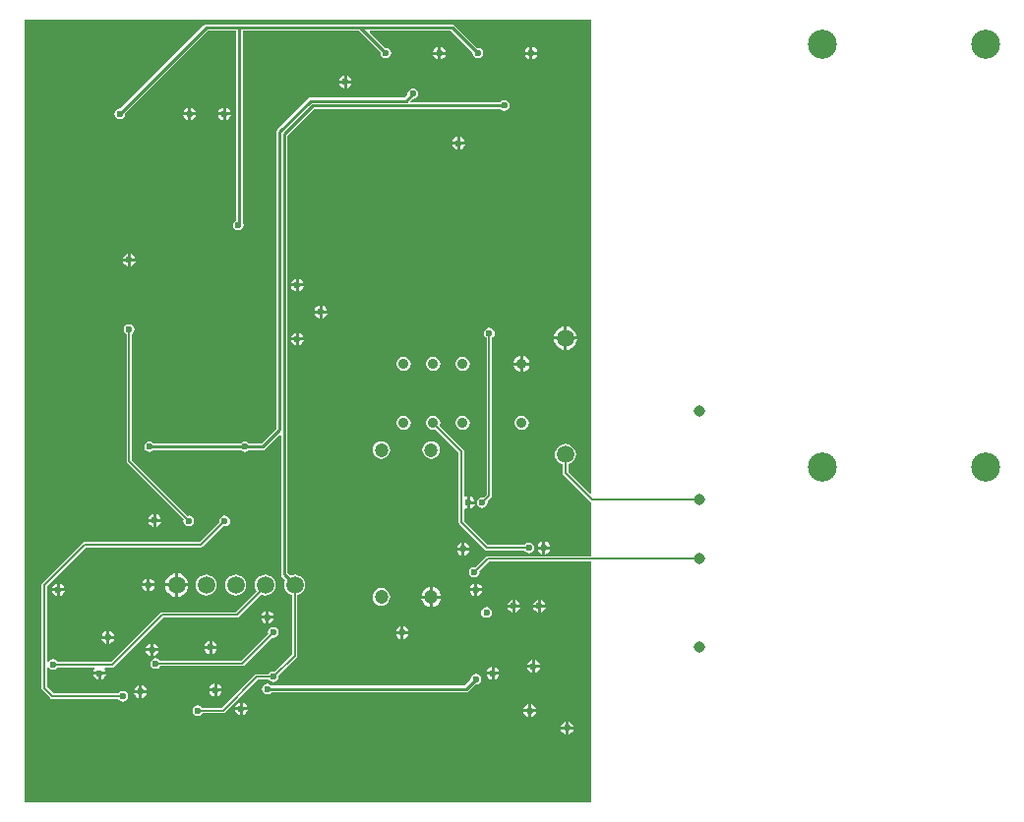
<source format=gbl>
G04*
G04 #@! TF.GenerationSoftware,Altium Limited,Altium Designer,19.0.10 (269)*
G04*
G04 Layer_Physical_Order=2*
G04 Layer_Color=16711680*
%FSLAX25Y25*%
%MOIN*%
G70*
G01*
G75*
%ADD12C,0.00600*%
%ADD16C,0.01000*%
%ADD59C,0.05906*%
%ADD60C,0.03838*%
%ADD61C,0.04724*%
%ADD62C,0.03543*%
%ADD63C,0.09843*%
%ADD64C,0.02362*%
G36*
X232677Y145258D02*
X232215Y145067D01*
X224749Y152533D01*
Y155002D01*
X224759Y155003D01*
X225623Y155361D01*
X226365Y155931D01*
X226934Y156673D01*
X227292Y157537D01*
X227414Y158465D01*
X227292Y159392D01*
X226934Y160256D01*
X226365Y160998D01*
X225623Y161568D01*
X224759Y161926D01*
X223831Y162048D01*
X222904Y161926D01*
X222039Y161568D01*
X221297Y160998D01*
X220728Y160256D01*
X220370Y159392D01*
X220248Y158465D01*
X220370Y157537D01*
X220728Y156673D01*
X221297Y155931D01*
X222039Y155361D01*
X222904Y155003D01*
X222913Y155002D01*
Y152153D01*
X222983Y151802D01*
X223182Y151504D01*
X232264Y142422D01*
X232562Y142223D01*
X232677Y142200D01*
Y123988D01*
X197480D01*
X197129Y123919D01*
X196831Y123720D01*
X193346Y120234D01*
X192913Y120320D01*
X192218Y120182D01*
X191629Y119788D01*
X191236Y119199D01*
X191097Y118504D01*
X191236Y117809D01*
X191629Y117220D01*
X192218Y116826D01*
X192913Y116688D01*
X193608Y116826D01*
X194197Y117220D01*
X194591Y117809D01*
X194729Y118504D01*
X194643Y118936D01*
X197860Y122153D01*
X232677D01*
Y40474D01*
X40474Y40474D01*
X40474Y305983D01*
X232677D01*
Y145258D01*
D02*
G37*
%LPC*%
G36*
X185433Y304271D02*
X185433Y304271D01*
X154331D01*
X154331Y304271D01*
X154331Y304271D01*
X102086D01*
X102086Y304271D01*
X101657Y304186D01*
X101293Y303943D01*
X101293Y303943D01*
X73026Y275675D01*
X72834Y275714D01*
X72139Y275575D01*
X71550Y275182D01*
X71156Y274592D01*
X71018Y273898D01*
X71156Y273203D01*
X71550Y272614D01*
X72139Y272220D01*
X72834Y272082D01*
X73529Y272220D01*
X74118Y272614D01*
X74512Y273203D01*
X74650Y273898D01*
X74612Y274089D01*
X102551Y302028D01*
X112166D01*
Y237810D01*
X111708Y237505D01*
X111314Y236915D01*
X111176Y236220D01*
X111314Y235525D01*
X111708Y234936D01*
X112297Y234543D01*
X112992Y234404D01*
X113687Y234543D01*
X114276Y234936D01*
X114670Y235525D01*
X114808Y236220D01*
X114670Y236915D01*
X114383Y237346D01*
X114409Y237479D01*
X114409Y237479D01*
Y302028D01*
X153866D01*
X161214Y294680D01*
X161176Y294488D01*
X161314Y293793D01*
X161708Y293204D01*
X162297Y292810D01*
X162992Y292672D01*
X163687Y292810D01*
X164276Y293204D01*
X164670Y293793D01*
X164808Y294488D01*
X164670Y295183D01*
X164276Y295772D01*
X163687Y296166D01*
X162992Y296304D01*
X162800Y296266D01*
X157500Y301566D01*
X157692Y302028D01*
X184968D01*
X192317Y294680D01*
X192279Y294488D01*
X192417Y293793D01*
X192810Y293204D01*
X193400Y292810D01*
X194095Y292672D01*
X194789Y292810D01*
X195379Y293204D01*
X195772Y293793D01*
X195911Y294488D01*
X195772Y295183D01*
X195379Y295772D01*
X194789Y296166D01*
X194095Y296304D01*
X193903Y296266D01*
X186226Y303943D01*
X185862Y304186D01*
X185433Y304271D01*
D02*
G37*
G36*
X212705Y296613D02*
Y294988D01*
X214329D01*
X214259Y295339D01*
X213777Y296061D01*
X213056Y296543D01*
X212705Y296613D01*
D02*
G37*
G36*
X211705D02*
X211354Y296543D01*
X210632Y296061D01*
X210150Y295339D01*
X210080Y294988D01*
X211705D01*
Y296613D01*
D02*
G37*
G36*
X181602D02*
Y294988D01*
X183227D01*
X183157Y295339D01*
X182675Y296061D01*
X181953Y296543D01*
X181602Y296613D01*
D02*
G37*
G36*
X180602D02*
X180251Y296543D01*
X179530Y296061D01*
X179048Y295339D01*
X178978Y294988D01*
X180602D01*
Y296613D01*
D02*
G37*
G36*
X214329Y293988D02*
X212705D01*
Y292364D01*
X213056Y292434D01*
X213777Y292916D01*
X214259Y293637D01*
X214329Y293988D01*
D02*
G37*
G36*
X211705D02*
X210080D01*
X210150Y293637D01*
X210632Y292916D01*
X211354Y292434D01*
X211705Y292364D01*
Y293988D01*
D02*
G37*
G36*
X183227D02*
X181602D01*
Y292364D01*
X181953Y292434D01*
X182675Y292916D01*
X183157Y293637D01*
X183227Y293988D01*
D02*
G37*
G36*
X180602D02*
X178978D01*
X179048Y293637D01*
X179530Y292916D01*
X180251Y292434D01*
X180602Y292364D01*
Y293988D01*
D02*
G37*
G36*
X149713Y286869D02*
Y285244D01*
X151337D01*
X151267Y285595D01*
X150785Y286317D01*
X150064Y286799D01*
X149713Y286869D01*
D02*
G37*
G36*
X148713D02*
X148362Y286799D01*
X147640Y286317D01*
X147158Y285595D01*
X147088Y285244D01*
X148713D01*
Y286869D01*
D02*
G37*
G36*
X151337Y284244D02*
X149713D01*
Y282620D01*
X150064Y282689D01*
X150785Y283172D01*
X151267Y283893D01*
X151337Y284244D01*
D02*
G37*
G36*
X148713D02*
X147088D01*
X147158Y283893D01*
X147640Y283172D01*
X148362Y282689D01*
X148713Y282620D01*
Y284244D01*
D02*
G37*
G36*
X172146Y282525D02*
X171451Y282386D01*
X170862Y281993D01*
X170468Y281404D01*
X170330Y280709D01*
X170368Y280517D01*
X169290Y279440D01*
X137472D01*
X137472Y279440D01*
X137042Y279354D01*
X136679Y279111D01*
X136679Y279111D01*
X126150Y268583D01*
X125907Y268219D01*
X125822Y267790D01*
X125822Y267790D01*
Y167197D01*
X120770Y162145D01*
X116649D01*
X116540Y162308D01*
X115951Y162701D01*
X115256Y162840D01*
X114561Y162701D01*
X113972Y162308D01*
X113863Y162145D01*
X84267D01*
X84158Y162308D01*
X83569Y162701D01*
X82874Y162840D01*
X82179Y162701D01*
X81590Y162308D01*
X81196Y161719D01*
X81058Y161024D01*
X81196Y160329D01*
X81590Y159739D01*
X82179Y159346D01*
X82874Y159208D01*
X83569Y159346D01*
X84158Y159739D01*
X84267Y159902D01*
X113863D01*
X113972Y159739D01*
X114561Y159346D01*
X115256Y159208D01*
X115951Y159346D01*
X116540Y159739D01*
X116649Y159902D01*
X121235D01*
X121235Y159902D01*
X121664Y159987D01*
X122028Y160231D01*
X126960Y165163D01*
X127422Y164971D01*
Y117677D01*
X127422Y117677D01*
X127507Y117248D01*
X127750Y116884D01*
X128864Y115771D01*
X128586Y115101D01*
X128464Y114173D01*
X128586Y113246D01*
X128944Y112381D01*
X129513Y111639D01*
X130255Y111070D01*
X131120Y110712D01*
X131130Y110711D01*
Y90675D01*
X125235Y84781D01*
X124803Y84867D01*
X124108Y84729D01*
X123519Y84335D01*
X123274Y83969D01*
X119272D01*
X118921Y83899D01*
X118623Y83700D01*
X107494Y72571D01*
X100840D01*
X100595Y72938D01*
X100006Y73331D01*
X99311Y73470D01*
X98616Y73331D01*
X98027Y72938D01*
X97633Y72348D01*
X97495Y71653D01*
X97633Y70959D01*
X98027Y70369D01*
X98616Y69976D01*
X99311Y69838D01*
X100006Y69976D01*
X100595Y70369D01*
X100840Y70736D01*
X107874D01*
X108225Y70806D01*
X108523Y71005D01*
X119652Y82134D01*
X123274D01*
X123519Y81767D01*
X124108Y81373D01*
X124803Y81235D01*
X125498Y81373D01*
X126087Y81767D01*
X126481Y82356D01*
X126619Y83051D01*
X126533Y83483D01*
X132696Y89646D01*
X132895Y89944D01*
X132965Y90295D01*
Y110711D01*
X132975Y110712D01*
X133839Y111070D01*
X134581Y111639D01*
X135151Y112381D01*
X135509Y113246D01*
X135631Y114173D01*
X135509Y115101D01*
X135151Y115965D01*
X134581Y116707D01*
X133839Y117277D01*
X132975Y117634D01*
X132047Y117757D01*
X131120Y117634D01*
X130450Y117357D01*
X129665Y118142D01*
Y266661D01*
X138600Y275596D01*
X201694D01*
X201767Y275488D01*
X202356Y275094D01*
X203051Y274956D01*
X203746Y275094D01*
X204335Y275488D01*
X204729Y276077D01*
X204867Y276772D01*
X204729Y277467D01*
X204335Y278056D01*
X203746Y278449D01*
X203051Y278588D01*
X202356Y278449D01*
X201767Y278056D01*
X201623Y277840D01*
X171516D01*
X171325Y278302D01*
X171954Y278931D01*
X172146Y278893D01*
X172841Y279031D01*
X173430Y279425D01*
X173823Y280014D01*
X173962Y280709D01*
X173823Y281404D01*
X173430Y281993D01*
X172841Y282386D01*
X172146Y282525D01*
D02*
G37*
G36*
X108768Y276022D02*
Y274398D01*
X110393D01*
X110323Y274749D01*
X109841Y275470D01*
X109119Y275952D01*
X108768Y276022D01*
D02*
G37*
G36*
X107768D02*
X107417Y275952D01*
X106696Y275470D01*
X106214Y274749D01*
X106144Y274398D01*
X107768D01*
Y276022D01*
D02*
G37*
G36*
X96957D02*
Y274398D01*
X98582D01*
X98512Y274749D01*
X98030Y275470D01*
X97308Y275952D01*
X96957Y276022D01*
D02*
G37*
G36*
X95957D02*
X95606Y275952D01*
X94885Y275470D01*
X94403Y274749D01*
X94333Y274398D01*
X95957D01*
Y276022D01*
D02*
G37*
G36*
X110393Y273398D02*
X108768D01*
Y271773D01*
X109119Y271843D01*
X109841Y272325D01*
X110323Y273046D01*
X110393Y273398D01*
D02*
G37*
G36*
X107768D02*
X106144D01*
X106214Y273046D01*
X106696Y272325D01*
X107417Y271843D01*
X107768Y271773D01*
Y273398D01*
D02*
G37*
G36*
X98582D02*
X96957D01*
Y271773D01*
X97308Y271843D01*
X98030Y272325D01*
X98512Y273046D01*
X98582Y273398D01*
D02*
G37*
G36*
X95957D02*
X94333D01*
X94403Y273046D01*
X94885Y272325D01*
X95606Y271843D01*
X95957Y271773D01*
Y273398D01*
D02*
G37*
G36*
X188098Y266101D02*
Y264476D01*
X189723D01*
X189653Y264827D01*
X189171Y265549D01*
X188450Y266031D01*
X188098Y266101D01*
D02*
G37*
G36*
X187098D02*
X186747Y266031D01*
X186026Y265549D01*
X185544Y264827D01*
X185474Y264476D01*
X187098D01*
Y266101D01*
D02*
G37*
G36*
X189723Y263476D02*
X188098D01*
Y261852D01*
X188450Y261922D01*
X189171Y262404D01*
X189653Y263125D01*
X189723Y263476D01*
D02*
G37*
G36*
X187098D02*
X185474D01*
X185544Y263125D01*
X186026Y262404D01*
X186747Y261922D01*
X187098Y261852D01*
Y263476D01*
D02*
G37*
G36*
X76484Y226534D02*
Y224909D01*
X78109D01*
X78039Y225260D01*
X77557Y225982D01*
X76835Y226464D01*
X76484Y226534D01*
D02*
G37*
G36*
X75484D02*
X75133Y226464D01*
X74412Y225982D01*
X73930Y225260D01*
X73860Y224909D01*
X75484D01*
Y226534D01*
D02*
G37*
G36*
X78109Y223909D02*
X76484D01*
Y222285D01*
X76835Y222355D01*
X77557Y222837D01*
X78039Y223558D01*
X78109Y223909D01*
D02*
G37*
G36*
X75484D02*
X73860D01*
X73930Y223558D01*
X74412Y222837D01*
X75133Y222355D01*
X75484Y222285D01*
Y223909D01*
D02*
G37*
G36*
X133472Y217971D02*
Y216346D01*
X135097D01*
X135027Y216698D01*
X134545Y217419D01*
X133823Y217901D01*
X133472Y217971D01*
D02*
G37*
G36*
X132472D02*
X132121Y217901D01*
X131400Y217419D01*
X130918Y216698D01*
X130848Y216346D01*
X132472D01*
Y217971D01*
D02*
G37*
G36*
X135097Y215346D02*
X133472D01*
Y213722D01*
X133823Y213792D01*
X134545Y214274D01*
X135027Y214995D01*
X135097Y215346D01*
D02*
G37*
G36*
X132472D02*
X130848D01*
X130918Y214995D01*
X131400Y214274D01*
X132121Y213792D01*
X132472Y213722D01*
Y215346D01*
D02*
G37*
G36*
X141445Y208916D02*
Y207291D01*
X143069D01*
X142999Y207642D01*
X142517Y208364D01*
X141796Y208846D01*
X141445Y208916D01*
D02*
G37*
G36*
X140445D02*
X140094Y208846D01*
X139372Y208364D01*
X138890Y207642D01*
X138821Y207291D01*
X140445D01*
Y208916D01*
D02*
G37*
G36*
X143069Y206291D02*
X141445D01*
Y204667D01*
X141796Y204737D01*
X142517Y205219D01*
X142999Y205940D01*
X143069Y206291D01*
D02*
G37*
G36*
X140445D02*
X138821D01*
X138890Y205940D01*
X139372Y205219D01*
X140094Y204737D01*
X140445Y204667D01*
Y206291D01*
D02*
G37*
G36*
X224331Y201756D02*
Y198335D01*
X227752D01*
X227682Y198866D01*
X227284Y199828D01*
X226650Y200654D01*
X225824Y201287D01*
X224863Y201686D01*
X224331Y201756D01*
D02*
G37*
G36*
X223331Y201756D02*
X222799Y201686D01*
X221838Y201287D01*
X221012Y200654D01*
X220378Y199828D01*
X219980Y198866D01*
X219910Y198335D01*
X223331D01*
Y201756D01*
D02*
G37*
G36*
X133472Y199664D02*
Y198039D01*
X135097D01*
X135027Y198390D01*
X134545Y199112D01*
X133823Y199594D01*
X133472Y199664D01*
D02*
G37*
G36*
X132472D02*
X132121Y199594D01*
X131400Y199112D01*
X130918Y198390D01*
X130848Y198039D01*
X132472D01*
Y199664D01*
D02*
G37*
G36*
X135097Y197039D02*
X133472D01*
Y195415D01*
X133823Y195485D01*
X134545Y195967D01*
X135027Y196688D01*
X135097Y197039D01*
D02*
G37*
G36*
X132472D02*
X130848D01*
X130918Y196688D01*
X131400Y195967D01*
X132121Y195485D01*
X132472Y195415D01*
Y197039D01*
D02*
G37*
G36*
X227752Y197335D02*
X224331D01*
Y193914D01*
X224863Y193984D01*
X225824Y194382D01*
X226650Y195016D01*
X227284Y195841D01*
X227682Y196803D01*
X227752Y197335D01*
D02*
G37*
G36*
X223331D02*
X219910D01*
X219980Y196803D01*
X220378Y195841D01*
X221012Y195016D01*
X221838Y194382D01*
X222799Y193984D01*
X223331Y193914D01*
Y197335D01*
D02*
G37*
G36*
X209492Y191864D02*
Y189634D01*
X211722D01*
X211693Y189857D01*
X211413Y190532D01*
X210969Y191111D01*
X210390Y191555D01*
X209716Y191834D01*
X209492Y191864D01*
D02*
G37*
G36*
X208492Y191863D02*
X208269Y191834D01*
X207595Y191555D01*
X207016Y191111D01*
X206572Y190532D01*
X206292Y189857D01*
X206263Y189634D01*
X208492D01*
Y191863D01*
D02*
G37*
G36*
X188993Y191552D02*
X188067Y191368D01*
X187283Y190844D01*
X186759Y190059D01*
X186575Y189134D01*
X186759Y188208D01*
X187283Y187424D01*
X188067Y186900D01*
X188993Y186716D01*
X189918Y186900D01*
X190702Y187424D01*
X191226Y188208D01*
X191411Y189134D01*
X191226Y190059D01*
X190702Y190844D01*
X189918Y191368D01*
X188993Y191552D01*
D02*
G37*
G36*
X178992D02*
X178067Y191368D01*
X177283Y190844D01*
X176759Y190059D01*
X176575Y189134D01*
X176759Y188208D01*
X177283Y187424D01*
X178067Y186900D01*
X178992Y186716D01*
X179918Y186900D01*
X180702Y187424D01*
X181226Y188208D01*
X181411Y189134D01*
X181226Y190059D01*
X180702Y190844D01*
X179918Y191368D01*
X178992Y191552D01*
D02*
G37*
G36*
X168992D02*
X168067Y191368D01*
X167283Y190844D01*
X166759Y190059D01*
X166575Y189134D01*
X166759Y188208D01*
X167283Y187424D01*
X168067Y186900D01*
X168992Y186716D01*
X169918Y186900D01*
X170702Y187424D01*
X171226Y188208D01*
X171411Y189134D01*
X171226Y190059D01*
X170702Y190844D01*
X169918Y191368D01*
X168992Y191552D01*
D02*
G37*
G36*
X208492Y188634D02*
X206263D01*
X206292Y188410D01*
X206572Y187736D01*
X207016Y187157D01*
X207595Y186713D01*
X208269Y186434D01*
X208492Y186404D01*
Y188634D01*
D02*
G37*
G36*
X211722D02*
X209492D01*
Y186404D01*
X209716Y186434D01*
X210390Y186713D01*
X210969Y187157D01*
X211413Y187736D01*
X211693Y188410D01*
X211722Y188634D01*
D02*
G37*
G36*
X208993Y171552D02*
X208067Y171368D01*
X207283Y170844D01*
X206759Y170059D01*
X206575Y169134D01*
X206759Y168209D01*
X207283Y167424D01*
X208067Y166900D01*
X208993Y166716D01*
X209918Y166900D01*
X210702Y167424D01*
X211226Y168209D01*
X211410Y169134D01*
X211226Y170059D01*
X210702Y170844D01*
X209918Y171368D01*
X208993Y171552D01*
D02*
G37*
G36*
X188993D02*
X188067Y171368D01*
X187283Y170844D01*
X186759Y170059D01*
X186575Y169134D01*
X186759Y168209D01*
X187283Y167424D01*
X188067Y166900D01*
X188993Y166716D01*
X189918Y166900D01*
X190702Y167424D01*
X191226Y168209D01*
X191411Y169134D01*
X191226Y170059D01*
X190702Y170844D01*
X189918Y171368D01*
X188993Y171552D01*
D02*
G37*
G36*
X168992D02*
X168067Y171368D01*
X167283Y170844D01*
X166759Y170059D01*
X166575Y169134D01*
X166759Y168209D01*
X167283Y167424D01*
X168067Y166900D01*
X168992Y166716D01*
X169918Y166900D01*
X170702Y167424D01*
X171226Y168209D01*
X171411Y169134D01*
X171226Y170059D01*
X170702Y170844D01*
X169918Y171368D01*
X168992Y171552D01*
D02*
G37*
G36*
X178347Y162948D02*
X177573Y162847D01*
X176853Y162548D01*
X176234Y162073D01*
X175759Y161454D01*
X175461Y160734D01*
X175359Y159961D01*
X175461Y159187D01*
X175759Y158467D01*
X176234Y157848D01*
X176853Y157373D01*
X177573Y157075D01*
X178347Y156973D01*
X179120Y157075D01*
X179840Y157373D01*
X180459Y157848D01*
X180934Y158467D01*
X181232Y159187D01*
X181334Y159961D01*
X181232Y160734D01*
X180934Y161454D01*
X180459Y162073D01*
X179840Y162548D01*
X179120Y162847D01*
X178347Y162948D01*
D02*
G37*
G36*
X161417D02*
X160644Y162847D01*
X159924Y162548D01*
X159305Y162073D01*
X158830Y161454D01*
X158531Y160734D01*
X158430Y159961D01*
X158531Y159187D01*
X158830Y158467D01*
X159305Y157848D01*
X159924Y157373D01*
X160644Y157075D01*
X161417Y156973D01*
X162191Y157075D01*
X162911Y157373D01*
X163530Y157848D01*
X164005Y158467D01*
X164303Y159187D01*
X164405Y159961D01*
X164303Y160734D01*
X164005Y161454D01*
X163530Y162073D01*
X162911Y162548D01*
X162191Y162847D01*
X161417Y162948D01*
D02*
G37*
G36*
X198031Y201422D02*
X197337Y201284D01*
X196747Y200890D01*
X196354Y200301D01*
X196215Y199606D01*
X196354Y198911D01*
X196747Y198322D01*
X197114Y198077D01*
Y144868D01*
X196102Y143856D01*
X195669Y143942D01*
X194974Y143804D01*
X194385Y143410D01*
X193991Y142821D01*
X193853Y142126D01*
X193991Y141431D01*
X194385Y140842D01*
X194974Y140448D01*
X195669Y140310D01*
X196364Y140448D01*
X196953Y140842D01*
X197347Y141431D01*
X197485Y142126D01*
X197399Y142558D01*
X198680Y143839D01*
X198879Y144137D01*
X198949Y144488D01*
Y198077D01*
X199316Y198322D01*
X199709Y198911D01*
X199847Y199606D01*
X199709Y200301D01*
X199316Y200890D01*
X198726Y201284D01*
X198031Y201422D01*
D02*
G37*
G36*
X191445Y144250D02*
Y142626D01*
X193069D01*
X192999Y142977D01*
X192517Y143699D01*
X191796Y144181D01*
X191445Y144250D01*
D02*
G37*
G36*
X193069Y141626D02*
X191445D01*
Y140002D01*
X191796Y140071D01*
X192517Y140553D01*
X192999Y141275D01*
X193069Y141626D01*
D02*
G37*
G36*
X178992Y171552D02*
X178067Y171368D01*
X177283Y170844D01*
X176759Y170059D01*
X176575Y169134D01*
X176759Y168209D01*
X177283Y167424D01*
X178067Y166900D01*
X178992Y166716D01*
X179918Y166900D01*
X179924Y166904D01*
X187665Y159164D01*
Y135433D01*
X187735Y135082D01*
X187934Y134784D01*
X196595Y126123D01*
X196893Y125924D01*
X197244Y125854D01*
X209888D01*
X210133Y125488D01*
X210722Y125094D01*
X211417Y124956D01*
X212112Y125094D01*
X212701Y125488D01*
X213095Y126077D01*
X213233Y126772D01*
X213095Y127467D01*
X212701Y128056D01*
X212112Y128449D01*
X211417Y128588D01*
X210722Y128449D01*
X210133Y128056D01*
X209888Y127689D01*
X197624D01*
X189500Y135813D01*
Y139938D01*
X189941Y140173D01*
X190094Y140071D01*
X190445Y140002D01*
Y142126D01*
Y144250D01*
X190094Y144181D01*
X189941Y144079D01*
X189500Y144314D01*
Y159544D01*
X189430Y159895D01*
X189232Y160193D01*
X181222Y168202D01*
X181226Y168209D01*
X181411Y169134D01*
X181226Y170059D01*
X180702Y170844D01*
X179918Y171368D01*
X178992Y171552D01*
D02*
G37*
G36*
X85145Y138227D02*
Y136602D01*
X86770D01*
X86700Y136953D01*
X86218Y137675D01*
X85496Y138157D01*
X85145Y138227D01*
D02*
G37*
G36*
X84145D02*
X83794Y138157D01*
X83073Y137675D01*
X82591Y136953D01*
X82521Y136602D01*
X84145D01*
Y138227D01*
D02*
G37*
G36*
X108366Y137741D02*
X107671Y137603D01*
X107082Y137209D01*
X106688Y136620D01*
X106550Y135925D01*
X106636Y135493D01*
X99915Y128772D01*
X60925D01*
X60574Y128702D01*
X60276Y128503D01*
X46497Y114724D01*
X46298Y114426D01*
X46228Y114075D01*
Y79331D01*
X46298Y78979D01*
X46497Y78682D01*
X49351Y75827D01*
X49649Y75629D01*
X50000Y75559D01*
X72290D01*
X72535Y75192D01*
X73124Y74799D01*
X73819Y74660D01*
X74514Y74799D01*
X75103Y75192D01*
X75497Y75781D01*
X75635Y76476D01*
X75497Y77171D01*
X75103Y77760D01*
X74514Y78154D01*
X73819Y78292D01*
X73124Y78154D01*
X72535Y77760D01*
X72290Y77394D01*
X50380D01*
X48063Y79711D01*
Y86360D01*
X48301Y86438D01*
X48563Y86444D01*
X48913Y85921D01*
X49502Y85527D01*
X50197Y85389D01*
X50892Y85527D01*
X51481Y85921D01*
X51660Y86189D01*
X64086D01*
X64282Y85689D01*
X63890Y85103D01*
X63820Y84752D01*
X68069D01*
X67999Y85103D01*
X67608Y85689D01*
X67804Y86189D01*
X70177D01*
X70528Y86259D01*
X70826Y86457D01*
X87486Y103118D01*
X112402D01*
X112753Y103188D01*
X113050Y103387D01*
X120594Y110930D01*
X121120Y110712D01*
X122047Y110590D01*
X122975Y110712D01*
X123839Y111070D01*
X124581Y111639D01*
X125151Y112381D01*
X125508Y113246D01*
X125631Y114173D01*
X125508Y115101D01*
X125151Y115965D01*
X124581Y116707D01*
X123839Y117277D01*
X122975Y117634D01*
X122047Y117757D01*
X121120Y117634D01*
X120255Y117277D01*
X119513Y116707D01*
X118944Y115965D01*
X118586Y115101D01*
X118464Y114173D01*
X118586Y113246D01*
X118944Y112381D01*
X119164Y112095D01*
X112022Y104953D01*
X87106D01*
X86755Y104883D01*
X86457Y104684D01*
X69797Y88024D01*
X51792D01*
X51481Y88489D01*
X50892Y88882D01*
X50197Y89021D01*
X49502Y88882D01*
X48913Y88489D01*
X48563Y87966D01*
X48301Y87971D01*
X48063Y88049D01*
Y113695D01*
X61305Y126937D01*
X100295D01*
X100646Y127006D01*
X100944Y127206D01*
X107934Y134195D01*
X108366Y134109D01*
X109061Y134247D01*
X109650Y134641D01*
X110044Y135230D01*
X110182Y135925D01*
X110044Y136620D01*
X109650Y137209D01*
X109061Y137603D01*
X108366Y137741D01*
D02*
G37*
G36*
X75984Y202603D02*
X75289Y202465D01*
X74700Y202071D01*
X74306Y201482D01*
X74168Y200787D01*
X74306Y200093D01*
X74700Y199503D01*
X75067Y199258D01*
Y156102D01*
X75136Y155751D01*
X75335Y155454D01*
X94431Y136357D01*
X94345Y135925D01*
X94484Y135230D01*
X94877Y134641D01*
X95467Y134247D01*
X96161Y134109D01*
X96856Y134247D01*
X97445Y134641D01*
X97839Y135230D01*
X97977Y135925D01*
X97839Y136620D01*
X97445Y137209D01*
X96856Y137603D01*
X96161Y137741D01*
X95729Y137655D01*
X76902Y156483D01*
Y199258D01*
X77268Y199503D01*
X77662Y200093D01*
X77800Y200787D01*
X77662Y201482D01*
X77268Y202071D01*
X76679Y202465D01*
X75984Y202603D01*
D02*
G37*
G36*
X86770Y135602D02*
X85145D01*
Y133978D01*
X85496Y134048D01*
X86218Y134530D01*
X86700Y135251D01*
X86770Y135602D01*
D02*
G37*
G36*
X84145D02*
X82521D01*
X82591Y135251D01*
X83073Y134530D01*
X83794Y134048D01*
X84145Y133978D01*
Y135602D01*
D02*
G37*
G36*
X217035Y128896D02*
Y127272D01*
X218660D01*
X218590Y127623D01*
X218108Y128344D01*
X217387Y128826D01*
X217035Y128896D01*
D02*
G37*
G36*
X216035D02*
X215684Y128826D01*
X214963Y128344D01*
X214481Y127623D01*
X214411Y127272D01*
X216035D01*
Y128896D01*
D02*
G37*
G36*
X189673Y128502D02*
Y126878D01*
X191298D01*
X191228Y127229D01*
X190746Y127950D01*
X190024Y128433D01*
X189673Y128502D01*
D02*
G37*
G36*
X188673D02*
X188322Y128433D01*
X187601Y127950D01*
X187119Y127229D01*
X187049Y126878D01*
X188673D01*
Y128502D01*
D02*
G37*
G36*
X218660Y126272D02*
X217035D01*
Y124647D01*
X217387Y124717D01*
X218108Y125199D01*
X218590Y125921D01*
X218660Y126272D01*
D02*
G37*
G36*
X216035D02*
X214411D01*
X214481Y125921D01*
X214963Y125199D01*
X215684Y124717D01*
X216035Y124647D01*
Y126272D01*
D02*
G37*
G36*
X191298Y125878D02*
X189673D01*
Y124254D01*
X190024Y124323D01*
X190746Y124805D01*
X191228Y125527D01*
X191298Y125878D01*
D02*
G37*
G36*
X188673D02*
X187049D01*
X187119Y125527D01*
X187601Y124805D01*
X188322Y124323D01*
X188673Y124254D01*
Y125878D01*
D02*
G37*
G36*
X92547Y118094D02*
Y114673D01*
X95968D01*
X95898Y115205D01*
X95500Y116167D01*
X94866Y116992D01*
X94041Y117626D01*
X93079Y118024D01*
X92547Y118094D01*
D02*
G37*
G36*
X82980Y116298D02*
Y114673D01*
X84605D01*
X84535Y115024D01*
X84053Y115746D01*
X83331Y116228D01*
X82980Y116298D01*
D02*
G37*
G36*
X81980D02*
X81629Y116228D01*
X80908Y115746D01*
X80426Y115024D01*
X80356Y114673D01*
X81980D01*
Y116298D01*
D02*
G37*
G36*
X91547Y118094D02*
X91015Y118024D01*
X90054Y117626D01*
X89228Y116992D01*
X88595Y116167D01*
X88196Y115205D01*
X88126Y114673D01*
X91547D01*
Y118094D01*
D02*
G37*
G36*
X194004Y114723D02*
Y113098D01*
X195628D01*
X195559Y113450D01*
X195076Y114171D01*
X194355Y114653D01*
X194004Y114723D01*
D02*
G37*
G36*
X193004D02*
X192653Y114653D01*
X191931Y114171D01*
X191449Y113450D01*
X191380Y113098D01*
X193004D01*
Y114723D01*
D02*
G37*
G36*
X52469Y114723D02*
Y113098D01*
X54093D01*
X54023Y113449D01*
X53541Y114171D01*
X52820Y114653D01*
X52469Y114723D01*
D02*
G37*
G36*
X51468D02*
X51117Y114653D01*
X50396Y114171D01*
X49914Y113449D01*
X49844Y113098D01*
X51468D01*
Y114723D01*
D02*
G37*
G36*
X84605Y113673D02*
X82980D01*
Y112049D01*
X83331Y112119D01*
X84053Y112601D01*
X84535Y113322D01*
X84605Y113673D01*
D02*
G37*
G36*
X81980D02*
X80356D01*
X80426Y113322D01*
X80908Y112601D01*
X81629Y112119D01*
X81980Y112049D01*
Y113673D01*
D02*
G37*
G36*
X178847Y113444D02*
Y110618D01*
X181672D01*
X181622Y110996D01*
X181283Y111814D01*
X180744Y112516D01*
X180042Y113055D01*
X179224Y113394D01*
X178847Y113444D01*
D02*
G37*
G36*
X177847D02*
X177469Y113394D01*
X176651Y113055D01*
X175949Y112516D01*
X175410Y111814D01*
X175071Y110996D01*
X175021Y110618D01*
X177847D01*
Y113444D01*
D02*
G37*
G36*
X112047Y117757D02*
X111120Y117634D01*
X110256Y117277D01*
X109513Y116707D01*
X108944Y115965D01*
X108586Y115101D01*
X108464Y114173D01*
X108586Y113246D01*
X108944Y112381D01*
X109513Y111639D01*
X110256Y111070D01*
X111120Y110712D01*
X112047Y110590D01*
X112975Y110712D01*
X113839Y111070D01*
X114581Y111639D01*
X115151Y112381D01*
X115508Y113246D01*
X115631Y114173D01*
X115508Y115101D01*
X115151Y115965D01*
X114581Y116707D01*
X113839Y117277D01*
X112975Y117634D01*
X112047Y117757D01*
D02*
G37*
G36*
X102047D02*
X101120Y117634D01*
X100256Y117277D01*
X99513Y116707D01*
X98944Y115965D01*
X98586Y115101D01*
X98464Y114173D01*
X98586Y113246D01*
X98944Y112381D01*
X99513Y111639D01*
X100256Y111070D01*
X101120Y110712D01*
X102047Y110590D01*
X102975Y110712D01*
X103839Y111070D01*
X104581Y111639D01*
X105151Y112381D01*
X105508Y113246D01*
X105631Y114173D01*
X105508Y115101D01*
X105151Y115965D01*
X104581Y116707D01*
X103839Y117277D01*
X102975Y117634D01*
X102047Y117757D01*
D02*
G37*
G36*
X195628Y112098D02*
X194004D01*
Y110474D01*
X194355Y110544D01*
X195076Y111026D01*
X195559Y111747D01*
X195628Y112098D01*
D02*
G37*
G36*
X193004D02*
X191380D01*
X191449Y111747D01*
X191931Y111026D01*
X192653Y110544D01*
X193004Y110474D01*
Y112098D01*
D02*
G37*
G36*
X54093Y112098D02*
X52469D01*
Y110474D01*
X52820Y110544D01*
X53541Y111026D01*
X54023Y111747D01*
X54093Y112098D01*
D02*
G37*
G36*
X51468D02*
X49844D01*
X49914Y111747D01*
X50396Y111026D01*
X51117Y110544D01*
X51468Y110474D01*
Y112098D01*
D02*
G37*
G36*
X95968Y113673D02*
X92547D01*
Y110252D01*
X93079Y110322D01*
X94041Y110721D01*
X94866Y111354D01*
X95500Y112180D01*
X95898Y113141D01*
X95968Y113673D01*
D02*
G37*
G36*
X91547D02*
X88126D01*
X88196Y113141D01*
X88595Y112180D01*
X89228Y111354D01*
X90054Y110721D01*
X91015Y110322D01*
X91547Y110252D01*
Y113673D01*
D02*
G37*
G36*
X215461Y109211D02*
Y107587D01*
X217085D01*
X217015Y107938D01*
X216533Y108659D01*
X215812Y109141D01*
X215461Y109211D01*
D02*
G37*
G36*
X214461D02*
X214110Y109141D01*
X213388Y108659D01*
X212906Y107938D01*
X212836Y107587D01*
X214461D01*
Y109211D01*
D02*
G37*
G36*
X206799D02*
Y107587D01*
X208424D01*
X208354Y107938D01*
X207872Y108659D01*
X207150Y109141D01*
X206799Y109211D01*
D02*
G37*
G36*
X205799D02*
X205448Y109141D01*
X204727Y108659D01*
X204245Y107938D01*
X204175Y107587D01*
X205799D01*
Y109211D01*
D02*
G37*
G36*
X161417Y113106D02*
X160644Y113004D01*
X159924Y112706D01*
X159305Y112231D01*
X158830Y111612D01*
X158531Y110891D01*
X158430Y110118D01*
X158531Y109345D01*
X158830Y108624D01*
X159305Y108005D01*
X159924Y107531D01*
X160644Y107232D01*
X161417Y107130D01*
X162191Y107232D01*
X162911Y107531D01*
X163530Y108005D01*
X164005Y108624D01*
X164303Y109345D01*
X164405Y110118D01*
X164303Y110891D01*
X164005Y111612D01*
X163530Y112231D01*
X162911Y112706D01*
X162191Y113004D01*
X161417Y113106D01*
D02*
G37*
G36*
X181672Y109618D02*
X178847D01*
Y106793D01*
X179224Y106843D01*
X180042Y107181D01*
X180744Y107720D01*
X181283Y108423D01*
X181622Y109240D01*
X181672Y109618D01*
D02*
G37*
G36*
X177847D02*
X175021D01*
X175071Y109240D01*
X175410Y108423D01*
X175949Y107720D01*
X176651Y107181D01*
X177469Y106843D01*
X177847Y106793D01*
Y109618D01*
D02*
G37*
G36*
X217085Y106587D02*
X215461D01*
Y104962D01*
X215812Y105032D01*
X216533Y105514D01*
X217015Y106236D01*
X217085Y106587D01*
D02*
G37*
G36*
X214461D02*
X212836D01*
X212906Y106236D01*
X213388Y105514D01*
X214110Y105032D01*
X214461Y104962D01*
Y106587D01*
D02*
G37*
G36*
X208424D02*
X206799D01*
Y104962D01*
X207150Y105032D01*
X207872Y105514D01*
X208354Y106236D01*
X208424Y106587D01*
D02*
G37*
G36*
X205799D02*
X204175D01*
X204245Y106236D01*
X204727Y105514D01*
X205448Y105032D01*
X205799Y104962D01*
Y106587D01*
D02*
G37*
G36*
X123335Y105372D02*
Y103748D01*
X124959D01*
X124889Y104099D01*
X124407Y104821D01*
X123686Y105303D01*
X123335Y105372D01*
D02*
G37*
G36*
X122335D02*
X121984Y105303D01*
X121262Y104821D01*
X120780Y104099D01*
X120710Y103748D01*
X122335D01*
Y105372D01*
D02*
G37*
G36*
X197047Y106737D02*
X196352Y106599D01*
X195763Y106205D01*
X195370Y105616D01*
X195231Y104921D01*
X195370Y104226D01*
X195763Y103637D01*
X196352Y103244D01*
X197047Y103105D01*
X197742Y103244D01*
X198331Y103637D01*
X198725Y104226D01*
X198863Y104921D01*
X198725Y105616D01*
X198331Y106205D01*
X197742Y106599D01*
X197047Y106737D01*
D02*
G37*
G36*
X124959Y102748D02*
X123335D01*
Y101124D01*
X123686Y101193D01*
X124407Y101675D01*
X124889Y102397D01*
X124959Y102748D01*
D02*
G37*
G36*
X122335D02*
X120710D01*
X120780Y102397D01*
X121262Y101675D01*
X121984Y101193D01*
X122335Y101124D01*
Y102748D01*
D02*
G37*
G36*
X169004Y100156D02*
Y98532D01*
X170628D01*
X170559Y98883D01*
X170076Y99604D01*
X169355Y100086D01*
X169004Y100156D01*
D02*
G37*
G36*
X168004D02*
X167653Y100086D01*
X166931Y99604D01*
X166449Y98883D01*
X166380Y98532D01*
X168004D01*
Y100156D01*
D02*
G37*
G36*
X69299Y98581D02*
Y96957D01*
X70924D01*
X70854Y97308D01*
X70372Y98029D01*
X69650Y98511D01*
X69299Y98581D01*
D02*
G37*
G36*
X68299D02*
X67948Y98511D01*
X67227Y98029D01*
X66745Y97308D01*
X66675Y96957D01*
X68299D01*
Y98581D01*
D02*
G37*
G36*
X124803Y99867D02*
X124108Y99729D01*
X123519Y99335D01*
X123125Y98746D01*
X122987Y98051D01*
X123073Y97619D01*
X113970Y88516D01*
X86568D01*
X86323Y88882D01*
X85734Y89276D01*
X85039Y89414D01*
X84344Y89276D01*
X83755Y88882D01*
X83362Y88293D01*
X83223Y87598D01*
X83362Y86904D01*
X83755Y86314D01*
X84344Y85921D01*
X85039Y85782D01*
X85734Y85921D01*
X86323Y86314D01*
X86568Y86681D01*
X114350D01*
X114702Y86751D01*
X114999Y86950D01*
X124371Y96321D01*
X124803Y96235D01*
X125498Y96373D01*
X126087Y96767D01*
X126481Y97356D01*
X126619Y98051D01*
X126481Y98746D01*
X126087Y99335D01*
X125498Y99729D01*
X124803Y99867D01*
D02*
G37*
G36*
X170628Y97531D02*
X169004D01*
Y95907D01*
X169355Y95977D01*
X170076Y96459D01*
X170559Y97180D01*
X170628Y97531D01*
D02*
G37*
G36*
X168004D02*
X166380D01*
X166449Y97180D01*
X166931Y96459D01*
X167653Y95977D01*
X168004Y95907D01*
Y97531D01*
D02*
G37*
G36*
X70924Y95957D02*
X69299D01*
Y94332D01*
X69650Y94402D01*
X70372Y94884D01*
X70854Y95606D01*
X70924Y95957D01*
D02*
G37*
G36*
X68299D02*
X66675D01*
X66745Y95606D01*
X67227Y94884D01*
X67948Y94402D01*
X68299Y94332D01*
Y95957D01*
D02*
G37*
G36*
X104043Y95175D02*
Y93551D01*
X105668D01*
X105598Y93902D01*
X105116Y94624D01*
X104394Y95106D01*
X104043Y95175D01*
D02*
G37*
G36*
X103043D02*
X102692Y95106D01*
X101971Y94624D01*
X101489Y93902D01*
X101419Y93551D01*
X103043D01*
Y95175D01*
D02*
G37*
G36*
X84260Y94349D02*
Y92724D01*
X85884D01*
X85814Y93075D01*
X85332Y93797D01*
X84611Y94279D01*
X84260Y94349D01*
D02*
G37*
G36*
X83260D02*
X82909Y94279D01*
X82187Y93797D01*
X81705Y93075D01*
X81635Y92724D01*
X83260D01*
Y94349D01*
D02*
G37*
G36*
X105668Y92551D02*
X104043D01*
Y90927D01*
X104394Y90997D01*
X105116Y91479D01*
X105598Y92200D01*
X105668Y92551D01*
D02*
G37*
G36*
X103043D02*
X101419D01*
X101489Y92200D01*
X101971Y91479D01*
X102692Y90997D01*
X103043Y90927D01*
Y92551D01*
D02*
G37*
G36*
X85884Y91724D02*
X84260D01*
Y90100D01*
X84611Y90170D01*
X85332Y90652D01*
X85814Y91373D01*
X85884Y91724D01*
D02*
G37*
G36*
X83260D02*
X81635D01*
X81705Y91373D01*
X82187Y90652D01*
X82909Y90170D01*
X83260Y90100D01*
Y91724D01*
D02*
G37*
G36*
X213492Y88739D02*
Y87114D01*
X215117D01*
X215047Y87465D01*
X214565Y88187D01*
X213843Y88669D01*
X213492Y88739D01*
D02*
G37*
G36*
X212492D02*
X212141Y88669D01*
X211420Y88187D01*
X210938Y87465D01*
X210868Y87114D01*
X212492D01*
Y88739D01*
D02*
G37*
G36*
X199713Y86376D02*
Y84752D01*
X201337D01*
X201267Y85103D01*
X200785Y85825D01*
X200064Y86307D01*
X199713Y86376D01*
D02*
G37*
G36*
X198713D02*
X198362Y86307D01*
X197640Y85825D01*
X197158Y85103D01*
X197088Y84752D01*
X198713D01*
Y86376D01*
D02*
G37*
G36*
X215117Y86114D02*
X213492D01*
Y84490D01*
X213843Y84560D01*
X214565Y85042D01*
X215047Y85763D01*
X215117Y86114D01*
D02*
G37*
G36*
X212492D02*
X210868D01*
X210938Y85763D01*
X211420Y85042D01*
X212141Y84560D01*
X212492Y84490D01*
Y86114D01*
D02*
G37*
G36*
X68069Y83752D02*
X66445D01*
Y82128D01*
X66796Y82197D01*
X67517Y82679D01*
X67999Y83401D01*
X68069Y83752D01*
D02*
G37*
G36*
X65445D02*
X63820D01*
X63890Y83401D01*
X64372Y82679D01*
X65094Y82197D01*
X65445Y82128D01*
Y83752D01*
D02*
G37*
G36*
X201337D02*
X199713D01*
Y82128D01*
X200064Y82197D01*
X200785Y82679D01*
X201267Y83401D01*
X201337Y83752D01*
D02*
G37*
G36*
X198713D02*
X197088D01*
X197158Y83401D01*
X197640Y82679D01*
X198362Y82197D01*
X198713Y82128D01*
Y83752D01*
D02*
G37*
G36*
X193504Y84100D02*
X192809Y83961D01*
X192220Y83568D01*
X191826Y82978D01*
X191688Y82284D01*
X191726Y82092D01*
X189693Y80059D01*
X124129D01*
X124020Y80221D01*
X123431Y80615D01*
X122736Y80753D01*
X122041Y80615D01*
X121452Y80221D01*
X121058Y79632D01*
X120920Y78937D01*
X121058Y78242D01*
X121452Y77653D01*
X122041Y77259D01*
X122736Y77121D01*
X123431Y77259D01*
X124020Y77653D01*
X124129Y77816D01*
X190157D01*
X190157Y77815D01*
X190587Y77901D01*
X190951Y78144D01*
X193312Y80506D01*
X193504Y80467D01*
X194199Y80606D01*
X194788Y80999D01*
X195182Y81589D01*
X195320Y82284D01*
X195182Y82978D01*
X194788Y83568D01*
X194199Y83961D01*
X193504Y84100D01*
D02*
G37*
G36*
X105717Y80668D02*
Y79043D01*
X107341D01*
X107271Y79394D01*
X106789Y80116D01*
X106068Y80598D01*
X105717Y80668D01*
D02*
G37*
G36*
X104717D02*
X104366Y80598D01*
X103644Y80116D01*
X103162Y79394D01*
X103092Y79043D01*
X104717D01*
Y80668D01*
D02*
G37*
G36*
X80323Y80176D02*
Y78551D01*
X81947D01*
X81877Y78902D01*
X81395Y79624D01*
X80674Y80106D01*
X80323Y80176D01*
D02*
G37*
G36*
X79323D02*
X78972Y80106D01*
X78250Y79624D01*
X77768Y78902D01*
X77698Y78551D01*
X79323D01*
Y80176D01*
D02*
G37*
G36*
X107341Y78043D02*
X105717D01*
Y76419D01*
X106068Y76489D01*
X106789Y76971D01*
X107271Y77692D01*
X107341Y78043D01*
D02*
G37*
G36*
X104717D02*
X103092D01*
X103162Y77692D01*
X103644Y76971D01*
X104366Y76489D01*
X104717Y76419D01*
Y78043D01*
D02*
G37*
G36*
X81947Y77551D02*
X80323D01*
Y75927D01*
X80674Y75997D01*
X81395Y76479D01*
X81877Y77200D01*
X81947Y77551D01*
D02*
G37*
G36*
X79323D02*
X77698D01*
X77768Y77200D01*
X78250Y76479D01*
X78972Y75997D01*
X79323Y75927D01*
Y77551D01*
D02*
G37*
G36*
X114476Y74369D02*
Y72744D01*
X116101D01*
X116031Y73095D01*
X115549Y73817D01*
X114827Y74299D01*
X114476Y74369D01*
D02*
G37*
G36*
X113476D02*
X113125Y74299D01*
X112404Y73817D01*
X111922Y73095D01*
X111852Y72744D01*
X113476D01*
Y74369D01*
D02*
G37*
G36*
X212213Y73778D02*
Y72154D01*
X213837D01*
X213767Y72505D01*
X213285Y73226D01*
X212564Y73708D01*
X212213Y73778D01*
D02*
G37*
G36*
X211213D02*
X210862Y73708D01*
X210140Y73226D01*
X209658Y72505D01*
X209588Y72154D01*
X211213D01*
Y73778D01*
D02*
G37*
G36*
X116101Y71744D02*
X114476D01*
Y70120D01*
X114827Y70189D01*
X115549Y70672D01*
X116031Y71393D01*
X116101Y71744D01*
D02*
G37*
G36*
X113476D02*
X111852D01*
X111922Y71393D01*
X112404Y70672D01*
X113125Y70189D01*
X113476Y70120D01*
Y71744D01*
D02*
G37*
G36*
X213837Y71153D02*
X212213D01*
Y69529D01*
X212564Y69599D01*
X213285Y70081D01*
X213767Y70802D01*
X213837Y71153D01*
D02*
G37*
G36*
X211213D02*
X209588D01*
X209658Y70802D01*
X210140Y70081D01*
X210862Y69599D01*
X211213Y69529D01*
Y71153D01*
D02*
G37*
G36*
X224909Y67872D02*
Y66248D01*
X226534D01*
X226464Y66599D01*
X225982Y67321D01*
X225260Y67803D01*
X224909Y67872D01*
D02*
G37*
G36*
X223909D02*
X223558Y67803D01*
X222837Y67321D01*
X222355Y66599D01*
X222285Y66248D01*
X223909D01*
Y67872D01*
D02*
G37*
G36*
X226534Y65248D02*
X224909D01*
Y63624D01*
X225260Y63693D01*
X225982Y64175D01*
X226464Y64897D01*
X226534Y65248D01*
D02*
G37*
G36*
X223909D02*
X222285D01*
X222355Y64897D01*
X222837Y64175D01*
X223558Y63693D01*
X223909Y63624D01*
Y65248D01*
D02*
G37*
%LPD*%
D12*
X132047Y90295D02*
Y114173D01*
X124803Y83051D02*
X132047Y90295D01*
X114350Y87598D02*
X124803Y98051D01*
X223831Y152153D02*
Y158465D01*
Y152153D02*
X232913Y143071D01*
X269291D01*
X60925Y127854D02*
X100295D01*
X47146Y114075D02*
X60925Y127854D01*
X47146Y79331D02*
Y114075D01*
X119272Y83051D02*
X124803D01*
X107874Y71653D02*
X119272Y83051D01*
X99311Y71653D02*
X107874D01*
X47146Y79331D02*
X50000Y76476D01*
X50197Y87106D02*
X70177D01*
X50000Y76476D02*
X73819D01*
X100295Y127854D02*
X108366Y135925D01*
X75984Y156102D02*
Y200787D01*
Y156102D02*
X96161Y135925D01*
X112402Y104035D02*
X122047Y113681D01*
Y114173D01*
X87106Y104035D02*
X112402D01*
X70177Y87106D02*
X87106Y104035D01*
X85039Y87598D02*
X114350D01*
X197480Y123071D02*
X269291D01*
X192913Y118504D02*
X197480Y123071D01*
X197244Y126772D02*
X211417D01*
X188583Y135433D02*
X197244Y126772D01*
X188583Y135433D02*
Y159544D01*
X178992Y169134D02*
X188583Y159544D01*
X195669Y142126D02*
X198031Y144488D01*
Y199606D01*
D16*
X122736Y78937D02*
X190157D01*
X138135Y276718D02*
X202998D01*
X203051Y276772D01*
X128543Y267126D02*
X138135Y276718D01*
X128543Y117677D02*
Y267126D01*
X126943Y166732D02*
Y267790D01*
X137472Y278318D02*
X169755D01*
X172146Y280709D01*
X126943Y267790D02*
X137472Y278318D01*
X128543Y117677D02*
X132047Y114173D01*
X190157Y78937D02*
X193504Y82284D01*
X115256Y161024D02*
X121235D01*
X82874D02*
X115256D01*
X121235D02*
X126943Y166732D01*
X113287Y303150D02*
X154331D01*
X102086D02*
X113287D01*
Y237479D02*
Y303150D01*
X113253Y237444D02*
X113287Y237479D01*
X113253Y236481D02*
Y237444D01*
X112992Y236220D02*
X113253Y236481D01*
X72834Y273898D02*
X102086Y303150D01*
X154331D02*
X162992Y294488D01*
X154331Y303150D02*
X185433D01*
X194095Y294488D01*
D59*
X132047Y114173D02*
D03*
X122047D02*
D03*
X112047D02*
D03*
X102047D02*
D03*
X92047D02*
D03*
X223831Y197835D02*
D03*
Y158465D02*
D03*
D60*
X269291Y173071D02*
D03*
Y143071D02*
D03*
Y123071D02*
D03*
Y93071D02*
D03*
D61*
X161417Y159961D02*
D03*
Y110118D02*
D03*
X178347Y159961D02*
D03*
Y110118D02*
D03*
D62*
X188993Y189134D02*
D03*
X178992D02*
D03*
X168992D02*
D03*
Y169134D02*
D03*
X178992D02*
D03*
X188993D02*
D03*
X208993D02*
D03*
Y189134D02*
D03*
D63*
X311024Y297638D02*
D03*
Y154331D02*
D03*
X366142D02*
D03*
Y297638D02*
D03*
D64*
X122736Y78937D02*
D03*
X124803Y98051D02*
D03*
X211713Y71653D02*
D03*
X203051Y276772D02*
D03*
X99311Y71653D02*
D03*
X124803Y83051D02*
D03*
X132972Y215846D02*
D03*
X79823Y78051D02*
D03*
X83760Y92224D02*
D03*
X68799Y96457D02*
D03*
X65945Y84252D02*
D03*
X115256Y161024D02*
D03*
X82874D02*
D03*
X172146Y280709D02*
D03*
X73819Y76476D02*
D03*
X108366Y135925D02*
D03*
X75984Y200787D02*
D03*
X96161Y135925D02*
D03*
X50197Y87205D02*
D03*
X193504Y82284D02*
D03*
X140945Y206791D02*
D03*
X132972Y197539D02*
D03*
X85039Y87598D02*
D03*
X103543Y93051D02*
D03*
X113976Y72244D02*
D03*
X82480Y114173D02*
D03*
X84645Y136102D02*
D03*
X75984Y224409D02*
D03*
X108268Y273898D02*
D03*
X96457D02*
D03*
X112992Y236220D02*
D03*
X72834Y273898D02*
D03*
X122835Y103248D02*
D03*
X162992Y294488D02*
D03*
X194095D02*
D03*
X197047Y104921D02*
D03*
X192913Y118504D02*
D03*
X189173Y126378D02*
D03*
X149213Y284744D02*
D03*
X51968Y112598D02*
D03*
X105217Y78543D02*
D03*
X190945Y142126D02*
D03*
X216535Y126772D02*
D03*
X214961Y107087D02*
D03*
X206299D02*
D03*
X193504Y112598D02*
D03*
X168504Y98032D02*
D03*
X224410Y65748D02*
D03*
X212992Y86614D02*
D03*
X199213Y84252D02*
D03*
X212205Y294488D02*
D03*
X181102D02*
D03*
X187598Y263976D02*
D03*
X211417Y126772D02*
D03*
X195669Y142126D02*
D03*
X198031Y199606D02*
D03*
M02*

</source>
